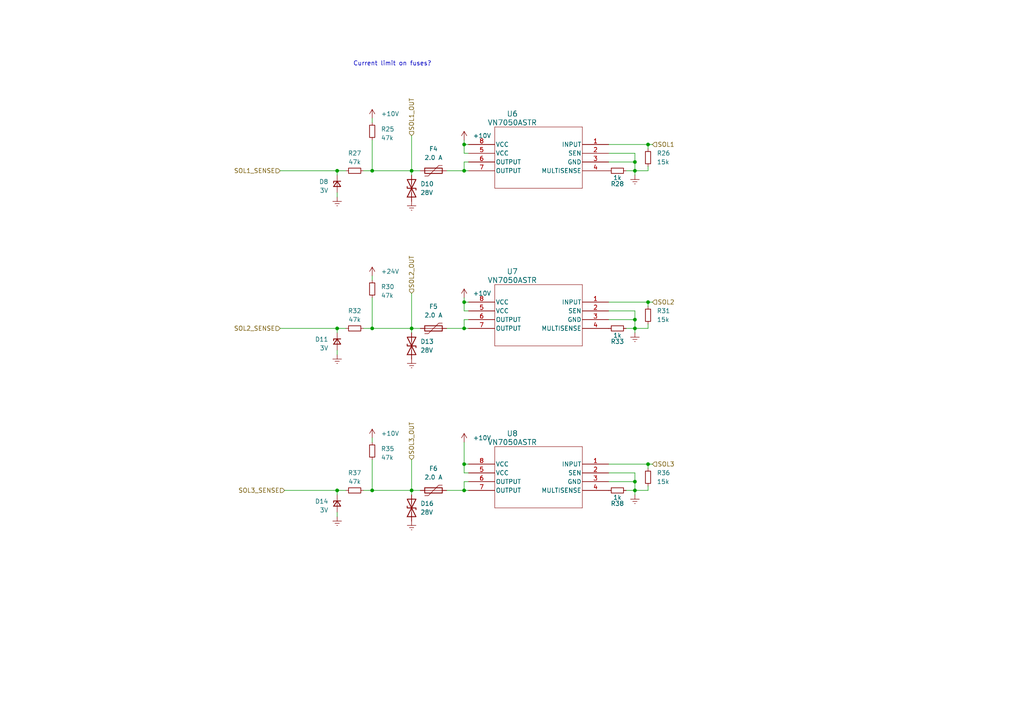
<source format=kicad_sch>
(kicad_sch (version 20250114) (generator "eeschema") (generator_version "9.0")
  (paper "A4")
  (lib_symbols
    (symbol "Device:D_TVS" (pin_numbers (hide yes)) (pin_names (offset 1.016) (hide yes))
      (property "Reference" "D" (at 0 2.54 0))
      (property "Value" "D_TVS" (at 0 -2.54 0))
      (symbol "D_TVS_0_1"
        (polyline (pts (xy -2.54 1.27) (xy -2.54 -1.27) (xy 2.54 1.27) (xy 2.54 -1.27) (xy -2.54 1.27)) (stroke (width 0.254)))
        (polyline (pts (xy 0.508 1.27) (xy 0 1.27) (xy 0 -1.27) (xy -0.508 -1.27)) (stroke (width 0.254)))
        (polyline (pts (xy 1.27 0) (xy -1.27 0)))
      )
      (symbol "D_TVS_1_1"
        (pin passive line (at -3.81 0 0) (length 2.54) (name "A1") (number "1"))
        (pin passive line (at 3.81 0 180) (length 2.54) (name "A2") (number "2"))
      )
    )
    (symbol "Device:D_Zener_Small" (pin_numbers (hide yes)) (pin_names (offset 0.254) (hide yes))
      (property "Reference" "D" (at 0 2.286 0))
      (property "Value" "D_Zener_Small" (at 0 -2.286 0))
      (symbol "D_Zener_Small_0_1"
        (polyline (pts (xy -0.254 1.016) (xy -0.762 1.016) (xy -0.762 -1.016)) (stroke (width 0.254)))
        (polyline (pts (xy 0.762 1.016) (xy -0.762 0) (xy 0.762 -1.016) (xy 0.762 1.016)) (stroke (width 0.254)))
        (polyline (pts (xy 0.762 0) (xy -0.762 0)))
      )
      (symbol "D_Zener_Small_1_1"
        (pin passive line (at -2.54 0 0) (length 1.778) (name "K") (number "1"))
        (pin passive line (at 2.54 0 180) (length 1.778) (name "A") (number "2"))
      )
    )
    (symbol "Device:Polyfuse" (pin_numbers (hide yes)) (pin_names (offset 0))
      (property "Reference" "F" (at -2.54 0 90))
      (property "Value" "Polyfuse" (at 2.54 0 90))
      (symbol "Polyfuse_0_1"
        (polyline (pts (xy -1.524 2.54) (xy -1.524 1.524) (xy 1.524 -1.524) (xy 1.524 -2.54)))
        (rectangle (start -0.762 2.54) (end 0.762 -2.54) (stroke (width 0.254)))
        (polyline (pts (xy 0 2.54) (xy 0 -2.54)))
      )
      (symbol "Polyfuse_1_1"
        (pin passive line (at 0 3.81 270) (length 1.27) (name "~") (number "1"))
        (pin passive line (at 0 -3.81 90) (length 1.27) (name "~") (number "2"))
      )
    )
    (symbol "Device:R_Small" (pin_numbers (hide yes)) (pin_names (offset 0.254) (hide yes))
      (property "Reference" "R" (at 0.762 0.508 0))
      (property "Value" "R_Small" (at 0.762 -1.016 0))
      (symbol "R_Small_0_1"
        (rectangle (start -0.762 1.778) (end 0.762 -1.778) (stroke (width 0.2032)))
      )
      (symbol "R_Small_1_1"
        (pin passive line (at 0 2.54 270) (length 0.762) (name "~") (number "1"))
        (pin passive line (at 0 -2.54 90) (length 0.762) (name "~") (number "2"))
      )
    )
    (symbol "Earth_12" (power) (pin_names (offset 0))
      (symbol "Earth_12_0_1"
        (polyline (pts (xy -0.635 -1.905) (xy 0.635 -1.905)))
        (polyline (pts (xy -0.127 -2.54) (xy 0.127 -2.54)))
        (polyline (pts (xy 0 -1.27) (xy 0 0)))
        (polyline (pts (xy 1.27 -1.27) (xy -1.27 -1.27)))
      )
      (symbol "Earth_12_1_1"
        (pin power_in line (at 0 0 270) (length 0) (hide yes) (name "Earth") (number "1"))
      )
    )
    (symbol "VCC_1" (power) (pin_numbers (hide yes)) (pin_names (offset 0) (hide yes))
      (property "Value" "VCC" (at 0 3.556 0))
      (symbol "VCC_1_0_1"
        (polyline (pts (xy -0.762 1.27) (xy 0 2.54)))
        (polyline (pts (xy 0 2.54) (xy 0.762 1.27)))
        (polyline (pts (xy 0 0) (xy 0 2.54)))
      )
      (symbol "VCC_1_1_1"
        (pin power_in line (at 0 0 90) (length 0) (name "~") (number "1"))
      )
    )
    (symbol "VN7050AS:VN7050ASTR" (pin_names (offset 0.254))
      (property "Reference" "U" (at 20.32 10.16 0))
      (property "Value" "VN7050ASTR" (at 20.32 7.62 0))
      (symbol "VN7050ASTR_0_1"
        (polyline (pts (xy 7.62 5.08) (xy 7.62 -12.7)) (stroke (width 0.127)))
        (polyline (pts (xy 7.62 -12.7) (xy 33.02 -12.7)) (stroke (width 0.127)))
        (polyline (pts (xy 33.02 5.08) (xy 7.62 5.08)) (stroke (width 0.127)))
        (polyline (pts (xy 33.02 -12.7) (xy 33.02 5.08)) (stroke (width 0.127)))
        (pin input line (at 0 0 0) (length 7.62) (name "INPUT") (number "1"))
        (pin unspecified line (at 0 -2.54 0) (length 7.62) (name "SEN") (number "2"))
        (pin power_out line (at 0 -5.08 0) (length 7.62) (name "GND") (number "3"))
        (pin unspecified line (at 0 -7.62 0) (length 7.62) (name "MULTISENSE") (number "4"))
        (pin power_in line (at 40.64 0 180) (length 7.62) (name "VCC") (number "8"))
        (pin power_in line (at 40.64 -2.54 180) (length 7.62) (name "VCC") (number "5"))
        (pin output line (at 40.64 -5.08 180) (length 7.62) (name "OUTPUT") (number "6"))
        (pin output line (at 40.64 -7.62 180) (length 7.62) (name "OUTPUT") (number "7"))
      )
    )
    (symbol "power:Earth" (power) (pin_names (offset 0))
      (symbol "Earth_0_1"
        (polyline (pts (xy -0.635 -1.905) (xy 0.635 -1.905)))
        (polyline (pts (xy -0.127 -2.54) (xy 0.127 -2.54)))
        (polyline (pts (xy 0 -1.27) (xy 0 0)))
        (polyline (pts (xy 1.27 -1.27) (xy -1.27 -1.27)))
      )
      (symbol "Earth_1_1"
        (pin power_in line (at 0 0 270) (length 0) (hide yes) (name "Earth") (number "1"))
      )
    )
    (symbol "power:VCC" (power) (pin_names (offset 0))
      (property "Value" "VCC" (at 0 3.81 0))
      (symbol "VCC_0_1"
        (polyline (pts (xy -0.762 1.27) (xy 0 2.54)))
        (polyline (pts (xy 0 2.54) (xy 0.762 1.27)))
        (polyline (pts (xy 0 0) (xy 0 2.54)))
      )
      (symbol "VCC_1_1"
        (pin power_in line (at 0 0 90) (length 0) (hide yes) (name "VCC") (number "1"))
      )
    )
  )
  (text "Current limit on fuses?" (at 113.792 18.542 0) (effects (font (size 1.27 1.27))))
  (junction (at 134.62 49.53))
  (junction (at 97.79 142.24))
  (junction (at 107.95 142.24))
  (junction (at 119.38 95.25))
  (junction (at 187.96 87.63))
  (junction (at 184.15 92.71))
  (junction (at 184.15 46.99))
  (junction (at 184.15 95.25))
  (junction (at 187.96 41.91))
  (junction (at 107.95 95.25))
  (junction (at 184.15 142.24))
  (junction (at 97.79 95.25))
  (junction (at 134.62 134.62))
  (junction (at 119.38 142.24))
  (junction (at 134.62 87.63))
  (junction (at 119.38 49.53))
  (junction (at 97.79 49.53))
  (junction (at 134.62 142.24))
  (junction (at 184.15 49.53))
  (junction (at 134.62 95.25))
  (junction (at 184.15 139.7))
  (junction (at 134.62 41.91))
  (junction (at 187.96 134.62))
  (junction (at 107.95 49.53))
  (wire (pts (xy 187.96 142.24) (xy 184.15 142.24)))
  (wire (pts (xy 105.41 142.24) (xy 107.95 142.24)))
  (wire (pts (xy 187.96 41.91) (xy 189.23 41.91)))
  (wire (pts (xy 119.38 95.25) (xy 119.38 96.52)))
  (wire (pts (xy 135.89 46.99) (xy 134.62 46.99)))
  (wire (pts (xy 119.38 85.09) (xy 119.38 95.25)))
  (wire (pts (xy 134.62 86.36) (xy 134.62 87.63)))
  (wire (pts (xy 184.15 90.17) (xy 184.15 92.71)))
  (wire (pts (xy 187.96 41.91) (xy 187.96 43.18)))
  (wire (pts (xy 119.38 49.53) (xy 121.92 49.53)))
  (wire (pts (xy 187.96 134.62) (xy 189.23 134.62)))
  (wire (pts (xy 187.96 87.63) (xy 189.23 87.63)))
  (wire (pts (xy 176.53 92.71) (xy 184.15 92.71)))
  (wire (pts (xy 134.62 128.27) (xy 134.62 134.62)))
  (wire (pts (xy 107.95 128.27) (xy 107.95 127)))
  (wire (pts (xy 134.62 87.63) (xy 135.89 87.63)))
  (wire (pts (xy 134.62 90.17) (xy 134.62 87.63)))
  (wire (pts (xy 107.95 80.01) (xy 107.95 81.28)))
  (wire (pts (xy 176.53 139.7) (xy 184.15 139.7)))
  (wire (pts (xy 176.53 87.63) (xy 187.96 87.63)))
  (wire (pts (xy 119.38 133.35) (xy 119.38 142.24)))
  (wire (pts (xy 81.28 49.53) (xy 97.79 49.53)))
  (wire (pts (xy 105.41 95.25) (xy 107.95 95.25)))
  (wire (pts (xy 107.95 95.25) (xy 119.38 95.25)))
  (wire (pts (xy 134.62 92.71) (xy 135.89 92.71)))
  (wire (pts (xy 134.62 95.25) (xy 134.62 92.71)))
  (wire (pts (xy 97.79 50.8) (xy 97.79 49.53)))
  (wire (pts (xy 119.38 143.51) (xy 119.38 142.24)))
  (wire (pts (xy 176.53 41.91) (xy 187.96 41.91)))
  (wire (pts (xy 187.96 49.53) (xy 184.15 49.53)))
  (wire (pts (xy 176.53 46.99) (xy 184.15 46.99)))
  (wire (pts (xy 134.62 142.24) (xy 134.62 139.7)))
  (wire (pts (xy 134.62 49.53) (xy 135.89 49.53)))
  (wire (pts (xy 134.62 46.99) (xy 134.62 49.53)))
  (wire (pts (xy 184.15 142.24) (xy 184.15 143.51)))
  (wire (pts (xy 184.15 44.45) (xy 184.15 46.99)))
  (wire (pts (xy 107.95 86.36) (xy 107.95 95.25)))
  (wire (pts (xy 129.54 95.25) (xy 134.62 95.25)))
  (wire (pts (xy 119.38 39.37) (xy 119.38 49.53)))
  (wire (pts (xy 129.54 49.53) (xy 134.62 49.53)))
  (wire (pts (xy 187.96 48.26) (xy 187.96 49.53)))
  (wire (pts (xy 119.38 49.53) (xy 119.38 50.8)))
  (wire (pts (xy 97.79 49.53) (xy 100.33 49.53)))
  (wire (pts (xy 135.89 90.17) (xy 134.62 90.17)))
  (wire (pts (xy 181.61 95.25) (xy 184.15 95.25)))
  (wire (pts (xy 97.79 143.51) (xy 97.79 142.24)))
  (wire (pts (xy 134.62 142.24) (xy 135.89 142.24)))
  (wire (pts (xy 97.79 101.6) (xy 97.79 102.87)))
  (wire (pts (xy 184.15 95.25) (xy 184.15 96.52)))
  (wire (pts (xy 187.96 87.63) (xy 187.96 88.9)))
  (wire (pts (xy 119.38 142.24) (xy 121.92 142.24)))
  (wire (pts (xy 82.55 142.24) (xy 97.79 142.24)))
  (wire (pts (xy 184.15 137.16) (xy 184.15 139.7)))
  (wire (pts (xy 184.15 49.53) (xy 184.15 50.8)))
  (wire (pts (xy 107.95 142.24) (xy 119.38 142.24)))
  (wire (pts (xy 187.96 95.25) (xy 184.15 95.25)))
  (wire (pts (xy 107.95 49.53) (xy 119.38 49.53)))
  (wire (pts (xy 184.15 139.7) (xy 184.15 142.24)))
  (wire (pts (xy 97.79 142.24) (xy 100.33 142.24)))
  (wire (pts (xy 181.61 142.24) (xy 184.15 142.24)))
  (wire (pts (xy 176.53 137.16) (xy 184.15 137.16)))
  (wire (pts (xy 134.62 41.91) (xy 135.89 41.91)))
  (wire (pts (xy 97.79 55.88) (xy 97.79 57.15)))
  (wire (pts (xy 135.89 44.45) (xy 134.62 44.45)))
  (wire (pts (xy 134.62 137.16) (xy 134.62 134.62)))
  (wire (pts (xy 134.62 44.45) (xy 134.62 41.91)))
  (wire (pts (xy 134.62 139.7) (xy 135.89 139.7)))
  (wire (pts (xy 176.53 44.45) (xy 184.15 44.45)))
  (wire (pts (xy 107.95 34.29) (xy 107.95 35.56)))
  (wire (pts (xy 134.62 95.25) (xy 135.89 95.25)))
  (wire (pts (xy 135.89 137.16) (xy 134.62 137.16)))
  (wire (pts (xy 181.61 49.53) (xy 184.15 49.53)))
  (wire (pts (xy 97.79 95.25) (xy 100.33 95.25)))
  (wire (pts (xy 134.62 40.64) (xy 134.62 41.91)))
  (wire (pts (xy 184.15 46.99) (xy 184.15 49.53)))
  (wire (pts (xy 97.79 148.59) (xy 97.79 149.86)))
  (wire (pts (xy 105.41 49.53) (xy 107.95 49.53)))
  (wire (pts (xy 107.95 133.35) (xy 107.95 142.24)))
  (wire (pts (xy 81.28 95.25) (xy 97.79 95.25)))
  (wire (pts (xy 176.53 134.62) (xy 187.96 134.62)))
  (wire (pts (xy 129.54 142.24) (xy 134.62 142.24)))
  (wire (pts (xy 187.96 93.98) (xy 187.96 95.25)))
  (wire (pts (xy 107.95 40.64) (xy 107.95 49.53)))
  (wire (pts (xy 184.15 92.71) (xy 184.15 95.25)))
  (wire (pts (xy 187.96 140.97) (xy 187.96 142.24)))
  (wire (pts (xy 119.38 95.25) (xy 121.92 95.25)))
  (wire (pts (xy 97.79 96.52) (xy 97.79 95.25)))
  (wire (pts (xy 176.53 90.17) (xy 184.15 90.17)))
  (wire (pts (xy 187.96 134.62) (xy 187.96 135.89)))
  (wire (pts (xy 134.62 134.62) (xy 135.89 134.62)))
  (hierarchical_label "SOL1" (shape input) (at 189.23 41.91 0))
  (hierarchical_label "SOL2_OUT" (shape input) (at 119.38 85.09 90))
  (hierarchical_label "SOL2" (shape input) (at 189.23 87.63 0))
  (hierarchical_label "SOL3_OUT" (shape input) (at 119.38 133.35 90))
  (hierarchical_label "SOL3_SENSE" (shape input) (at 82.55 142.24 180))
  (hierarchical_label "SOL1_OUT" (shape input) (at 119.38 39.37 90))
  (hierarchical_label "SOL3" (shape input) (at 189.23 134.62 0))
  (hierarchical_label "SOL2_SENSE" (shape input) (at 81.28 95.25 180))
  (hierarchical_label "SOL1_SENSE" (shape input) (at 81.28 49.53 180))
  (symbol (lib_id "power:Earth") (at 184.15 50.8 0) (unit 1)
    (property "Reference" "#PWR066" (effects (hide yes)))
    (property "Value" "Earth" (effects (hide yes)))
  )
  (symbol (lib_id "power:Earth") (at 184.15 143.51 0) (unit 1)
    (property "Reference" "#PWR076" (effects (hide yes)))
    (property "Value" "Earth" (effects (hide yes)))
  )
  (symbol (lib_name "Earth_12") (lib_id "power:Earth") (at 97.79 57.15 0) (unit 1)
    (property "Reference" "#PWR067" (effects (hide yes)))
    (property "Value" "Earth" (effects (hide yes)))
  )
  (symbol (lib_name "Earth_12") (lib_id "power:Earth") (at 97.79 149.86 0) (unit 1)
    (property "Reference" "#PWR077" (effects (hide yes)))
    (property "Value" "Earth" (effects (hide yes)))
  )
  (symbol (lib_id "Device:R_Small") (at 107.95 83.82 0) (unit 1)
    (property "Reference" "R30" (at 110.49 83.185 0) (effects (justify left)))
    (property "Value" "47k" (at 110.49 85.725 0) (effects (justify left)))
    (property "Footprint" "Resistor_SMD:R_0603_1608Metric_Pad0.98x0.95mm_HandSolder" (effects (hide yes)))
  )
  (symbol (lib_id "power:VCC") (at 134.62 40.64 0) (unit 1)
    (property "Reference" "#PWR065" (effects (hide yes)))
    (property "Value" "+10V" (at 137.16 39.3699 0) (effects (justify left)))
  )
  (symbol (lib_id "power:VCC") (at 107.95 34.29 0) (unit 1)
    (property "Reference" "#PWR064" (effects (hide yes)))
    (property "Value" "+10V" (at 110.49 33.0199 0) (effects (justify left)))
  )
  (symbol (lib_id "Device:R_Small") (at 102.87 142.24 270) (unit 1)
    (property "Reference" "R37" (at 102.87 137.16 90))
    (property "Value" "47k" (at 102.87 139.7 90))
    (property "Footprint" "Resistor_SMD:R_0603_1608Metric_Pad0.98x0.95mm_HandSolder" (effects (hide yes)))
  )
  (symbol (lib_id "Device:R_Small") (at 187.96 91.44 0) (unit 1)
    (property "Reference" "R31" (at 190.5 90.1699 0) (effects (justify left)))
    (property "Value" "15k" (at 190.5 92.7099 0) (effects (justify left)))
    (property "Footprint" "Resistor_SMD:R_0603_1608Metric_Pad0.98x0.95mm_HandSolder" (effects (hide yes)))
  )
  (symbol (lib_id "Device:Polyfuse") (at 125.73 49.53 90) (unit 1)
    (property "Reference" "F4" (at 125.73 43.18 90))
    (property "Value" "2.0 A" (at 125.73 45.72 90))
    (property "Footprint" "Fuse:Fuse_1812_4532Metric" (effects (hide yes)))
    (property "mfn" " 1210L150/16WR " (effects (hide yes)))
  )
  (symbol (lib_id "power:VCC") (at 134.62 86.36 0) (unit 1)
    (property "Reference" "#PWR075" (effects (hide yes)))
    (property "Value" "+10V" (at 137.16 85.0899 0) (effects (justify left)))
  )
  (symbol (lib_id "power:VCC") (at 134.62 128.27 0) (unit 1)
    (property "Reference" "#PWR071" (effects (hide yes)))
    (property "Value" "+10V" (at 137.16 126.9999 0) (effects (justify left)))
  )
  (symbol (lib_id "Device:R_Small") (at 179.07 142.24 90) (unit 1)
    (property "Reference" "R38" (at 179.07 146.05 90))
    (property "Value" "1k" (at 179.07 144.272 90))
    (property "Footprint" "Resistor_SMD:R_0603_1608Metric_Pad0.98x0.95mm_HandSolder" (effects (hide yes)))
  )
  (symbol (lib_id "Device:D_TVS") (at 119.38 147.32 90) (unit 1)
    (property "Reference" "D16" (at 121.92 146.0499 90) (effects (justify right)))
    (property "Value" "28V" (at 121.92 148.5899 90) (effects (justify right)))
    (property "Footprint" "Diode_SMD:D_0603_1608Metric_Pad1.05x0.95mm_HandSolder" (effects (hide yes)))
    (property "mfn" " CG0603MLC-24LEA" (effects (hide yes)))
  )
  (symbol (lib_id "Device:D_TVS") (at 119.38 54.61 90) (unit 1)
    (property "Reference" "D10" (at 121.92 53.3399 90) (effects (justify right)))
    (property "Value" "28V" (at 121.92 55.8799 90) (effects (justify right)))
    (property "Footprint" "Diode_SMD:D_0603_1608Metric_Pad1.05x0.95mm_HandSolder" (effects (hide yes)))
    (property "mfn" " CG0603MLC-24LEA" (effects (hide yes)))
  )
  (symbol (lib_id "Device:R_Small") (at 102.87 49.53 270) (unit 1)
    (property "Reference" "R27" (at 102.87 44.45 90))
    (property "Value" "47k" (at 102.87 46.99 90))
    (property "Footprint" "Resistor_SMD:R_0603_1608Metric_Pad0.98x0.95mm_HandSolder" (effects (hide yes)))
  )
  (symbol (lib_id "Device:R_Small") (at 102.87 95.25 270) (unit 1)
    (property "Reference" "R32" (at 102.87 90.17 90))
    (property "Value" "47k" (at 102.87 92.71 90))
    (property "Footprint" "Resistor_SMD:R_0603_1608Metric_Pad0.98x0.95mm_HandSolder" (effects (hide yes)))
  )
  (symbol (lib_id "Device:R_Small") (at 107.95 38.1 0) (unit 1)
    (property "Reference" "R25" (at 110.49 37.465 0) (effects (justify left)))
    (property "Value" "47k" (at 110.49 40.005 0) (effects (justify left)))
    (property "Footprint" "Resistor_SMD:R_0603_1608Metric_Pad0.98x0.95mm_HandSolder" (effects (hide yes)))
  )
  (symbol (lib_id "power:Earth") (at 119.38 151.13 0) (unit 1)
    (property "Reference" "#PWR078" (effects (hide yes)))
    (property "Value" "Earth" (effects (hide yes)))
  )
  (symbol (lib_id "Device:D_Zener_Small") (at 97.79 99.06 90) (mirror x) (unit 1)
    (property "Reference" "D11" (at 95.25 98.425 90) (effects (justify left)))
    (property "Value" "3V" (at 95.25 100.965 90) (effects (justify left)))
    (property "Footprint" "Diode_SMD:D_SOD-323_HandSoldering" (effects (hide yes)))
    (property "mfn" " PZU3.0B2,115 " (effects (hide yes)))
  )
  (symbol (lib_id "Device:R_Small") (at 187.96 45.72 0) (unit 1)
    (property "Reference" "R26" (at 190.5 44.4499 0) (effects (justify left)))
    (property "Value" "15k" (at 190.5 46.9899 0) (effects (justify left)))
    (property "Footprint" "Resistor_SMD:R_0603_1608Metric_Pad0.98x0.95mm_HandSolder" (effects (hide yes)))
  )
  (symbol (lib_id "power:Earth") (at 184.15 96.52 0) (unit 1)
    (property "Reference" "#PWR072" (effects (hide yes)))
    (property "Value" "Earth" (effects (hide yes)))
  )
  (symbol (lib_id "VN7050AS:VN7050ASTR") (at 176.53 41.91 0) (mirror y) (unit 1)
    (property "Reference" "U6" (at 148.59 33.02 0) (effects (font (size 1.524 1.524))))
    (property "Value" "VN7050ASTR" (at 148.59 35.56 0) (effects (font (size 1.524 1.524))))
    (property "Footprint" "VN7050ASTR:SOIC_050ASTR_STM" (effects (hide yes)))
    (property "Datasheet" "https://www.st.com/content/ccc/resource/technical/document/datasheet/50/3c/4d/5f/7a/6f/41/0c/DM00157092.pdf/files/DM00157092.pdf/jcr:content/translations/en.DM00157092.pdf" (effects (hide yes)))
  )
  (symbol (lib_id "Device:Polyfuse") (at 125.73 95.25 90) (unit 1)
    (property "Reference" "F5" (at 125.73 88.9 90))
    (property "Value" "2.0 A" (at 125.73 91.44 90))
    (property "Footprint" "Fuse:Fuse_1812_4532Metric" (effects (hide yes)))
    (property "mfn" " 1210L150/16WR " (effects (hide yes)))
  )
  (symbol (lib_id "power:Earth") (at 119.38 58.42 0) (unit 1)
    (property "Reference" "#PWR068" (effects (hide yes)))
    (property "Value" "Earth" (effects (hide yes)))
  )
  (symbol (lib_id "Device:D_Zener_Small") (at 97.79 146.05 90) (mirror x) (unit 1)
    (property "Reference" "D14" (at 95.25 145.415 90) (effects (justify left)))
    (property "Value" "3V" (at 95.25 147.955 90) (effects (justify left)))
    (property "Footprint" "Diode_SMD:D_SOD-323_HandSoldering" (effects (hide yes)))
    (property "mfn" " PZU3.0B2,115 " (effects (hide yes)))
  )
  (symbol (lib_name "VCC_1") (lib_id "power:VCC") (at 107.95 80.01 0) (unit 1)
    (property "Reference" "#PWR070" (effects (hide yes)))
    (property "Value" "+24V" (at 110.49 78.7399 0) (effects (justify left)))
    (property "Description" "Power symbol creates a global label with name \"VCC\"" (effects (hide yes)))
  )
  (symbol (lib_id "VN7050AS:VN7050ASTR") (at 176.53 134.62 0) (mirror y) (unit 1)
    (property "Reference" "U8" (at 148.59 125.73 0) (effects (font (size 1.524 1.524))))
    (property "Value" "VN7050ASTR" (at 148.59 128.27 0) (effects (font (size 1.524 1.524))))
    (property "Footprint" "VN7050ASTR:SOIC_050ASTR_STM" (effects (hide yes)))
    (property "Datasheet" "https://www.st.com/content/ccc/resource/technical/document/datasheet/50/3c/4d/5f/7a/6f/41/0c/DM00157092.pdf/files/DM00157092.pdf/jcr:content/translations/en.DM00157092.pdf" (effects (hide yes)))
  )
  (symbol (lib_id "Device:R_Small") (at 107.95 130.81 0) (unit 1)
    (property "Reference" "R35" (at 110.49 130.175 0) (effects (justify left)))
    (property "Value" "47k" (at 110.49 132.715 0) (effects (justify left)))
    (property "Footprint" "Resistor_SMD:R_0603_1608Metric_Pad0.98x0.95mm_HandSolder" (effects (hide yes)))
  )
  (symbol (lib_id "Device:D_Zener_Small") (at 97.79 53.34 90) (mirror x) (unit 1)
    (property "Reference" "D8" (at 95.25 52.705 90) (effects (justify left)))
    (property "Value" "3V" (at 95.25 55.245 90) (effects (justify left)))
    (property "Footprint" "Diode_SMD:D_SOD-323_HandSoldering" (effects (hide yes)))
    (property "mfn" " PZU3.0B2,115 " (effects (hide yes)))
  )
  (symbol (lib_id "Device:R_Small") (at 187.96 138.43 0) (unit 1)
    (property "Reference" "R36" (at 190.5 137.1599 0) (effects (justify left)))
    (property "Value" "15k" (at 190.5 139.6999 0) (effects (justify left)))
    (property "Footprint" "Resistor_SMD:R_0603_1608Metric_Pad0.98x0.95mm_HandSolder" (effects (hide yes)))
  )
  (symbol (lib_id "Device:D_TVS") (at 119.38 100.33 90) (unit 1)
    (property "Reference" "D13" (at 121.92 99.0599 90) (effects (justify right)))
    (property "Value" "28V" (at 121.92 101.5999 90) (effects (justify right)))
    (property "Footprint" "Diode_SMD:D_0603_1608Metric_Pad1.05x0.95mm_HandSolder" (effects (hide yes)))
    (property "mfn" " CG0603MLC-24LEA" (effects (hide yes)))
  )
  (symbol (lib_id "Device:Polyfuse") (at 125.73 142.24 90) (unit 1)
    (property "Reference" "F6" (at 125.73 135.89 90))
    (property "Value" "2.0 A" (at 125.73 138.43 90))
    (property "Footprint" "Fuse:Fuse_1812_4532Metric" (effects (hide yes)))
    (property "mfn" " 1210L150/16WR " (effects (hide yes)))
  )
  (symbol (lib_id "Device:R_Small") (at 179.07 95.25 90) (unit 1)
    (property "Reference" "R33" (at 179.07 99.06 90))
    (property "Value" "1k" (at 179.07 97.282 90))
    (property "Footprint" "Resistor_SMD:R_0603_1608Metric_Pad0.98x0.95mm_HandSolder" (effects (hide yes)))
  )
  (symbol (lib_id "power:VCC") (at 107.95 127 0) (unit 1)
    (property "Reference" "#PWR069" (effects (hide yes)))
    (property "Value" "+10V" (at 110.49 125.7299 0) (effects (justify left)))
  )
  (symbol (lib_id "VN7050AS:VN7050ASTR") (at 176.53 87.63 0) (mirror y) (unit 1)
    (property "Reference" "U7" (at 148.59 78.74 0) (effects (font (size 1.524 1.524))))
    (property "Value" "VN7050ASTR" (at 148.59 81.28 0) (effects (font (size 1.524 1.524))))
    (property "Footprint" "VN7050ASTR:SOIC_050ASTR_STM" (effects (hide yes)))
    (property "Datasheet" "https://www.st.com/content/ccc/resource/technical/document/datasheet/50/3c/4d/5f/7a/6f/41/0c/DM00157092.pdf/files/DM00157092.pdf/jcr:content/translations/en.DM00157092.pdf" (effects (hide yes)))
  )
  (symbol (lib_id "power:Earth") (at 119.38 104.14 0) (unit 1)
    (property "Reference" "#PWR074" (effects (hide yes)))
    (property "Value" "Earth" (effects (hide yes)))
  )
  (symbol (lib_name "Earth_12") (lib_id "power:Earth") (at 97.79 102.87 0) (unit 1)
    (property "Reference" "#PWR073" (effects (hide yes)))
    (property "Value" "Earth" (effects (hide yes)))
  )
  (symbol (lib_id "Device:R_Small") (at 179.07 49.53 90) (unit 1)
    (property "Reference" "R28" (at 179.07 53.34 90))
    (property "Value" "1k" (at 179.07 51.562 90))
    (property "Footprint" "Resistor_SMD:R_0603_1608Metric_Pad0.98x0.95mm_HandSolder" (effects (hide yes)))
  )
)
</source>
